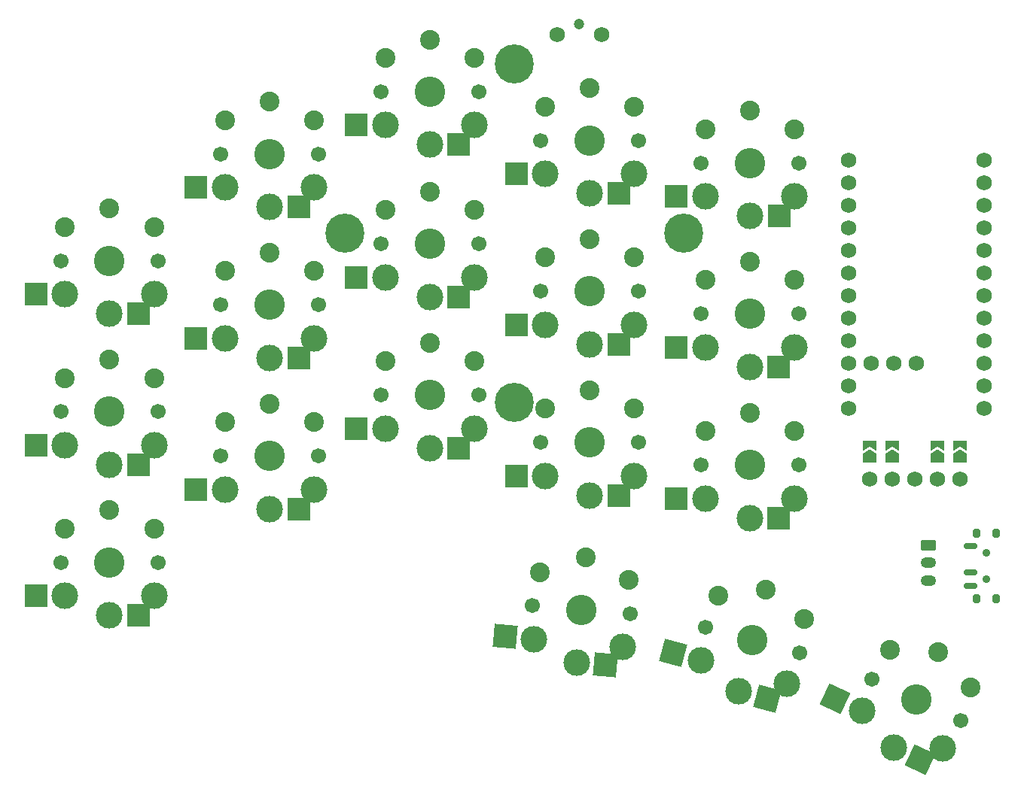
<source format=gbr>
%TF.GenerationSoftware,KiCad,Pcbnew,(6.0.0)*%
%TF.CreationDate,2022-10-23T17:08:23-07:00*%
%TF.ProjectId,half-swept,68616c66-2d73-4776-9570-742e6b696361,rev?*%
%TF.SameCoordinates,Original*%
%TF.FileFunction,Soldermask,Bot*%
%TF.FilePolarity,Negative*%
%FSLAX46Y46*%
G04 Gerber Fmt 4.6, Leading zero omitted, Abs format (unit mm)*
G04 Created by KiCad (PCBNEW (6.0.0)) date 2022-10-23 17:08:23*
%MOMM*%
%LPD*%
G01*
G04 APERTURE LIST*
G04 Aperture macros list*
%AMRoundRect*
0 Rectangle with rounded corners*
0 $1 Rounding radius*
0 $2 $3 $4 $5 $6 $7 $8 $9 X,Y pos of 4 corners*
0 Add a 4 corners polygon primitive as box body*
4,1,4,$2,$3,$4,$5,$6,$7,$8,$9,$2,$3,0*
0 Add four circle primitives for the rounded corners*
1,1,$1+$1,$2,$3*
1,1,$1+$1,$4,$5*
1,1,$1+$1,$6,$7*
1,1,$1+$1,$8,$9*
0 Add four rect primitives between the rounded corners*
20,1,$1+$1,$2,$3,$4,$5,0*
20,1,$1+$1,$4,$5,$6,$7,0*
20,1,$1+$1,$6,$7,$8,$9,0*
20,1,$1+$1,$8,$9,$2,$3,0*%
%AMRotRect*
0 Rectangle, with rotation*
0 The origin of the aperture is its center*
0 $1 length*
0 $2 width*
0 $3 Rotation angle, in degrees counterclockwise*
0 Add horizontal line*
21,1,$1,$2,0,0,$3*%
%AMFreePoly0*
4,1,6,1.000000,0.000000,0.500000,-0.750000,-0.500000,-0.750000,-0.500000,0.750000,0.500000,0.750000,1.000000,0.000000,1.000000,0.000000,$1*%
%AMFreePoly1*
4,1,6,0.500000,-0.750000,-0.650000,-0.750000,-0.150000,0.000000,-0.650000,0.750000,0.500000,0.750000,0.500000,-0.750000,0.500000,-0.750000,$1*%
G04 Aperture macros list end*
%ADD10C,1.200000*%
%ADD11C,1.750000*%
%ADD12C,3.000000*%
%ADD13C,3.429000*%
%ADD14C,1.701800*%
%ADD15R,2.600000X2.600000*%
%ADD16C,2.232000*%
%ADD17RotRect,2.600000X2.600000X155.000000*%
%ADD18RotRect,2.600000X2.600000X165.000000*%
%ADD19C,4.400000*%
%ADD20C,1.752600*%
%ADD21C,0.900000*%
%ADD22RotRect,2.600000X2.600000X175.000000*%
%ADD23RoundRect,0.250000X-0.625000X0.350000X-0.625000X-0.350000X0.625000X-0.350000X0.625000X0.350000X0*%
%ADD24O,1.750000X1.200000*%
%ADD25FreePoly0,90.000000*%
%ADD26FreePoly1,90.000000*%
%ADD27RoundRect,0.200000X-0.200000X0.300000X-0.200000X-0.300000X0.200000X-0.300000X0.200000X0.300000X0*%
%ADD28RoundRect,0.175000X-0.575000X0.175000X-0.575000X-0.175000X0.575000X-0.175000X0.575000X0.175000X0*%
G04 APERTURE END LIST*
D10*
%TO.C,RSW1*%
X75451865Y-14657504D03*
D11*
X72951865Y-15867504D03*
X77951865Y-15867504D03*
%TD*%
D12*
%TO.C,SW2*%
X27626865Y-45055002D03*
D13*
X22626865Y-41305002D03*
D12*
X17626865Y-45055002D03*
D14*
X28126865Y-41305002D03*
X17126865Y-41305002D03*
D12*
X22626865Y-47255002D03*
D15*
X25901865Y-47255002D03*
D16*
X22626865Y-35405002D03*
X17626865Y-37505002D03*
X27626865Y-37505002D03*
D15*
X14351865Y-45055002D03*
%TD*%
D14*
%TO.C,SW3*%
X46126867Y-29305002D03*
D12*
X45626867Y-33055002D03*
D14*
X35126867Y-29305002D03*
D12*
X40626867Y-35255002D03*
D13*
X40626867Y-29305002D03*
D12*
X35626867Y-33055002D03*
D15*
X43901867Y-35255002D03*
D16*
X40626867Y-23405002D03*
D15*
X32351867Y-33055002D03*
D16*
X45626867Y-25505002D03*
X35626867Y-25505002D03*
%TD*%
D12*
%TO.C,SW4*%
X63626864Y-26055002D03*
D13*
X58626864Y-22305002D03*
D14*
X53126864Y-22305002D03*
X64126864Y-22305002D03*
D12*
X58626864Y-28255002D03*
X53626864Y-26055002D03*
D15*
X61901864Y-28255002D03*
D16*
X58626864Y-16405002D03*
X53626864Y-18505002D03*
X63626864Y-18505002D03*
D15*
X50351864Y-26055002D03*
%TD*%
D12*
%TO.C,SW5*%
X76626865Y-33755003D03*
D14*
X71126865Y-27805003D03*
D12*
X81626865Y-31555003D03*
X71626865Y-31555003D03*
D13*
X76626865Y-27805003D03*
D14*
X82126865Y-27805003D03*
D15*
X79901865Y-33755003D03*
D16*
X76626865Y-21905003D03*
D15*
X68351865Y-31555003D03*
D16*
X81626865Y-24005003D03*
X71626865Y-24005003D03*
%TD*%
D12*
%TO.C,SW6*%
X99626863Y-34055002D03*
D13*
X94626863Y-30305002D03*
D12*
X94626863Y-36255002D03*
D14*
X89126863Y-30305002D03*
D12*
X89626863Y-34055002D03*
D14*
X100126863Y-30305002D03*
D16*
X94626863Y-24405002D03*
D15*
X97901863Y-36255002D03*
X86351863Y-34055002D03*
D16*
X99626863Y-26505002D03*
X89626863Y-26505002D03*
%TD*%
D12*
%TO.C,SW8*%
X27626865Y-62055002D03*
D13*
X22626865Y-58305002D03*
D12*
X17626865Y-62055002D03*
D14*
X28126865Y-58305002D03*
D12*
X22626865Y-64255002D03*
D14*
X17126865Y-58305002D03*
D15*
X25901865Y-64255002D03*
D16*
X22626865Y-52405002D03*
D15*
X14351865Y-62055002D03*
D16*
X27626865Y-54505002D03*
X17626865Y-54505002D03*
%TD*%
D14*
%TO.C,SW9*%
X35126867Y-46279002D03*
D12*
X35626867Y-50029002D03*
D13*
X40626867Y-46279002D03*
D14*
X46126867Y-46279002D03*
D12*
X40626867Y-52229002D03*
X45626867Y-50029002D03*
D15*
X43901867Y-52229002D03*
D16*
X40626867Y-40379002D03*
X45626867Y-42479002D03*
D15*
X32351867Y-50029002D03*
D16*
X35626867Y-42479002D03*
%TD*%
D12*
%TO.C,SW10*%
X58626866Y-45371002D03*
D14*
X64126866Y-39421002D03*
D13*
X58626866Y-39421002D03*
D14*
X53126866Y-39421002D03*
D12*
X63626866Y-43171002D03*
X53626866Y-43171002D03*
D15*
X61901866Y-45371002D03*
D16*
X58626866Y-33521002D03*
X53626866Y-35621002D03*
D15*
X50351866Y-43171002D03*
D16*
X63626866Y-35621002D03*
%TD*%
D14*
%TO.C,SW11*%
X82126867Y-44755005D03*
D13*
X76626867Y-44755005D03*
D12*
X76626867Y-50705005D03*
X71626867Y-48505005D03*
X81626867Y-48505005D03*
D14*
X71126867Y-44755005D03*
D15*
X79901867Y-50705005D03*
D16*
X76626867Y-38855005D03*
D15*
X68351867Y-48505005D03*
D16*
X71626867Y-40955005D03*
X81626867Y-40955005D03*
%TD*%
D13*
%TO.C,SW12*%
X94606865Y-47295002D03*
D14*
X89106865Y-47295002D03*
D12*
X99606865Y-51045002D03*
X94606865Y-53245002D03*
X89606865Y-51045002D03*
D14*
X100106865Y-47295002D03*
D16*
X94606865Y-41395002D03*
D15*
X97881865Y-53245002D03*
D16*
X89606865Y-43495002D03*
X99606865Y-43495002D03*
D15*
X86331865Y-51045002D03*
%TD*%
D12*
%TO.C,SW14*%
X27626865Y-79054999D03*
D14*
X28126865Y-75304999D03*
D13*
X22626865Y-75304999D03*
D14*
X17126865Y-75304999D03*
D12*
X22626865Y-81254999D03*
X17626865Y-79054999D03*
D15*
X25901865Y-81254999D03*
D16*
X22626865Y-69404999D03*
D15*
X14351865Y-79054999D03*
D16*
X27626865Y-71504999D03*
X17626865Y-71504999D03*
%TD*%
D12*
%TO.C,SW15*%
X45626864Y-67047001D03*
D13*
X40626864Y-63297001D03*
D12*
X35626864Y-67047001D03*
D14*
X46126864Y-63297001D03*
X35126864Y-63297001D03*
D12*
X40626864Y-69247001D03*
D15*
X43901864Y-69247001D03*
D16*
X40626864Y-57397001D03*
D15*
X32351864Y-67047001D03*
D16*
X35626864Y-59497001D03*
X45626864Y-59497001D03*
%TD*%
D12*
%TO.C,SW16*%
X53626863Y-60189003D03*
X63626863Y-60189003D03*
D13*
X58626863Y-56439003D03*
D14*
X53126863Y-56439003D03*
D12*
X58626863Y-62389003D03*
D14*
X64126863Y-56439003D03*
D15*
X61901863Y-62389003D03*
D16*
X58626863Y-50539003D03*
X63626863Y-52639003D03*
D15*
X50351863Y-60189003D03*
D16*
X53626863Y-52639003D03*
%TD*%
D12*
%TO.C,SW17*%
X81626865Y-65523005D03*
D14*
X71126865Y-61773005D03*
D12*
X71626865Y-65523005D03*
D13*
X76626865Y-61773005D03*
D14*
X82126865Y-61773005D03*
D12*
X76626865Y-67723005D03*
D15*
X79901865Y-67723005D03*
D16*
X76626865Y-55873005D03*
X71626865Y-57973005D03*
X81626865Y-57973005D03*
D15*
X68351865Y-65523005D03*
%TD*%
D14*
%TO.C,SW18*%
X89100519Y-64313002D03*
D13*
X94600519Y-64313002D03*
D12*
X99600519Y-68063002D03*
X89600519Y-68063002D03*
D14*
X100100519Y-64313002D03*
D12*
X94600519Y-70263002D03*
D15*
X97875519Y-70263002D03*
D16*
X94600519Y-58413002D03*
D15*
X86325519Y-68063002D03*
D16*
X99600519Y-60513002D03*
X89600519Y-60513002D03*
%TD*%
D12*
%TO.C,SW20*%
X107210510Y-91990563D03*
D14*
X118311560Y-93029400D03*
D13*
X113326867Y-90705000D03*
D12*
X116273587Y-96216746D03*
D14*
X108342174Y-88380600D03*
D12*
X110812288Y-96097531D03*
D16*
X115820315Y-85357784D03*
D17*
X113780446Y-97481606D03*
X104242352Y-90606488D03*
D16*
X119464355Y-89374122D03*
X110401277Y-85147939D03*
%TD*%
D12*
%TO.C,SW21*%
X93386890Y-89752262D03*
D13*
X94926863Y-84005003D03*
D14*
X89614271Y-82581498D03*
D12*
X98785921Y-88921320D03*
D14*
X100239455Y-85428508D03*
D12*
X89126662Y-86333130D03*
D16*
X96453895Y-78306041D03*
D18*
X96550297Y-90599894D03*
D16*
X91080746Y-79040390D03*
D18*
X85963255Y-85485497D03*
D16*
X100740005Y-81628580D03*
%TD*%
D19*
%TO.C,REF\u002A\u002A*%
X49076866Y-38205003D03*
X68126866Y-57255003D03*
X68126866Y-19155003D03*
X87176866Y-38205003D03*
%TD*%
D20*
%TO.C,U1*%
X105756864Y-29971752D03*
X105756864Y-32511752D03*
X105756864Y-35051752D03*
X105756864Y-37591752D03*
X105756864Y-40131752D03*
X105756864Y-42671752D03*
X105756864Y-45211752D03*
X105756864Y-47751752D03*
X105756864Y-50291752D03*
X105756864Y-52831752D03*
X105756864Y-55371752D03*
X105756864Y-57911752D03*
X120996864Y-57911752D03*
X120996864Y-55371752D03*
X120996864Y-52831752D03*
X120996864Y-50291752D03*
X120996864Y-47751752D03*
X120996864Y-45211752D03*
X120996864Y-42671752D03*
X120996864Y-40131752D03*
X120996864Y-37591752D03*
X120996864Y-35051752D03*
X120996864Y-32511752D03*
X120996864Y-29971752D03*
X108296864Y-52831752D03*
X110836864Y-52831752D03*
X113376864Y-52831752D03*
%TD*%
D21*
%TO.C,SW7*%
X121223065Y-74182291D03*
X121223065Y-77182291D03*
%TD*%
D12*
%TO.C,SW1*%
X70369056Y-83904951D03*
X75158287Y-86532358D03*
D14*
X70197793Y-80125643D03*
X81155935Y-81084357D03*
D12*
X80331003Y-84776509D03*
D13*
X75676864Y-80605000D03*
D16*
X76191083Y-74727451D03*
D22*
X78420825Y-86817794D03*
D16*
X80989029Y-77255239D03*
D22*
X67106519Y-83619516D03*
D16*
X71027082Y-76383681D03*
%TD*%
D23*
%TO.C,J1*%
X114733066Y-73312291D03*
D24*
X114733066Y-75312291D03*
X114733066Y-77312291D03*
%TD*%
D20*
%TO.C,Display1*%
X108073066Y-65902292D03*
X110613066Y-65902292D03*
X113153066Y-65902292D03*
X115693066Y-65902292D03*
X118233066Y-65902292D03*
%TD*%
D25*
%TO.C,JP2*%
X115710000Y-63515000D03*
D26*
X115710000Y-62065000D03*
%TD*%
D25*
%TO.C,JP1*%
X118230000Y-63515000D03*
D26*
X118230000Y-62065000D03*
%TD*%
D25*
%TO.C,JP4*%
X108070000Y-63515000D03*
D26*
X108070000Y-62065000D03*
%TD*%
D27*
%TO.C,SW13*%
X120113066Y-72022292D03*
D21*
X121223066Y-74172292D03*
X121223066Y-77172292D03*
D27*
X122323066Y-72022292D03*
X122323066Y-79322292D03*
X120113066Y-79322292D03*
D28*
X119463066Y-73422292D03*
X119463066Y-76422292D03*
X119463066Y-77922292D03*
%TD*%
D25*
%TO.C,JP3*%
X110620000Y-63515000D03*
D26*
X110620000Y-62065000D03*
%TD*%
M02*

</source>
